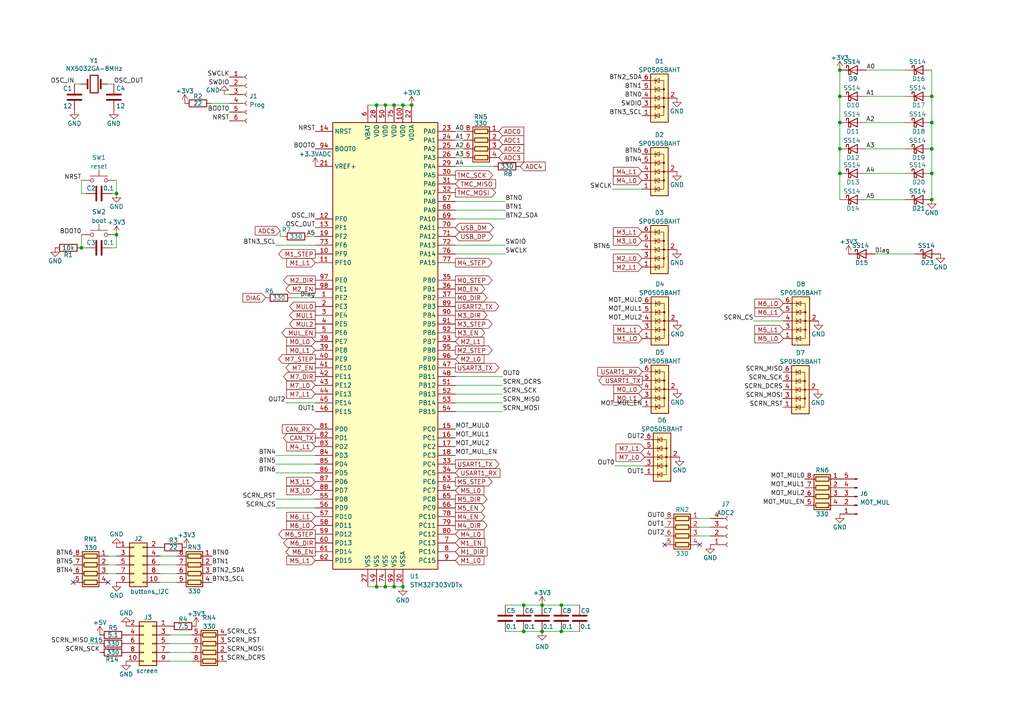
<source format=kicad_sch>
(kicad_sch (version 20211123) (generator eeschema)
  (paper "A4")
  (lib_symbols
    (symbol "Connector:Conn_01x04_Female" (pin_names (offset 1.016) hide)
      (property "Reference" "J" (at 0 5.08 0))
      (property "Value" "Conn_01x04_Female" (at 0 -7.62 0))
      (symbol "Conn_01x04_Female_1_1"
        (pin passive line (at -5.08 2.54 0) (length 3.81) (name "Pin_1") (number "1"))
        (pin passive line (at -5.08 0 0) (length 3.81) (name "Pin_2") (number "2"))
        (pin passive line (at -5.08 -2.54 0) (length 3.81) (name "Pin_3") (number "3"))
        (pin passive line (at -5.08 -5.08 0) (length 3.81) (name "Pin_4") (number "4"))
      )
    )
    (symbol "Connector:Conn_01x05_Male" (pin_names (offset 1.016) hide)
      (property "Reference" "J" (at 0 7.62 0))
      (property "Value" "Conn_01x05_Male" (at 0 -7.62 0))
      (symbol "Conn_01x05_Male_1_1"
        (pin passive line (at 5.08 5.08 180) (length 3.81) (name "Pin_1") (number "1"))
        (pin passive line (at 5.08 2.54 180) (length 3.81) (name "Pin_2") (number "2"))
        (pin passive line (at 5.08 0 180) (length 3.81) (name "Pin_3") (number "3"))
        (pin passive line (at 5.08 -2.54 180) (length 3.81) (name "Pin_4") (number "4"))
        (pin passive line (at 5.08 -5.08 180) (length 3.81) (name "Pin_5") (number "5"))
      )
    )
    (symbol "Connector:Conn_01x06_Female" (pin_names (offset 1.016) hide)
      (property "Reference" "J" (at 0 7.62 0))
      (property "Value" "Conn_01x06_Female" (at 0 -10.16 0))
      (symbol "Conn_01x06_Female_1_1"
        (pin passive line (at -5.08 5.08 0) (length 3.81) (name "Pin_1") (number "1"))
        (pin passive line (at -5.08 2.54 0) (length 3.81) (name "Pin_2") (number "2"))
        (pin passive line (at -5.08 0 0) (length 3.81) (name "Pin_3") (number "3"))
        (pin passive line (at -5.08 -2.54 0) (length 3.81) (name "Pin_4") (number "4"))
        (pin passive line (at -5.08 -5.08 0) (length 3.81) (name "Pin_5") (number "5"))
        (pin passive line (at -5.08 -7.62 0) (length 3.81) (name "Pin_6") (number "6"))
      )
    )
    (symbol "Connector_Generic:Conn_02x05_Odd_Even" (pin_names (offset 1.016) hide)
      (property "Reference" "J" (at 1.27 7.62 0))
      (property "Value" "Conn_02x05_Odd_Even" (at 1.27 -7.62 0))
      (symbol "Conn_02x05_Odd_Even_1_1"
        (pin passive line (at -5.08 5.08 0) (length 3.81) (name "Pin_1") (number "1"))
        (pin passive line (at 7.62 -5.08 180) (length 3.81) (name "Pin_10") (number "10"))
        (pin passive line (at 7.62 5.08 180) (length 3.81) (name "Pin_2") (number "2"))
        (pin passive line (at -5.08 2.54 0) (length 3.81) (name "Pin_3") (number "3"))
        (pin passive line (at 7.62 2.54 180) (length 3.81) (name "Pin_4") (number "4"))
        (pin passive line (at -5.08 0 0) (length 3.81) (name "Pin_5") (number "5"))
        (pin passive line (at 7.62 0 180) (length 3.81) (name "Pin_6") (number "6"))
        (pin passive line (at -5.08 -2.54 0) (length 3.81) (name "Pin_7") (number "7"))
        (pin passive line (at 7.62 -2.54 180) (length 3.81) (name "Pin_8") (number "8"))
        (pin passive line (at -5.08 -5.08 0) (length 3.81) (name "Pin_9") (number "9"))
      )
    )
    (symbol "Device:C" (pin_numbers hide) (pin_names (offset 0.254))
      (property "Reference" "C" (at 0.635 2.54 0))
      (property "Value" "C" (at 0.635 -2.54 0))
      (symbol "C_1_1"
        (pin passive line (at 0 3.81 270) (length 2.794) (name "~") (number "1"))
        (pin passive line (at 0 -3.81 90) (length 2.794) (name "~") (number "2"))
      )
    )
    (symbol "Device:Crystal" (pin_numbers hide) (pin_names (offset 1.016) hide)
      (property "Reference" "Y" (at 0 3.81 0))
      (property "Value" "Crystal" (at 0 -3.81 0))
      (symbol "Crystal_1_1"
        (pin passive line (at -3.81 0 0) (length 1.27) (name "1") (number "1"))
        (pin passive line (at 3.81 0 180) (length 1.27) (name "2") (number "2"))
      )
    )
    (symbol "Device:D_Schottky" (pin_numbers hide) (pin_names (offset 1.016) hide)
      (property "Reference" "D" (at 0 2.54 0))
      (property "Value" "D_Schottky" (at 0 -2.54 0))
      (symbol "D_Schottky_1_1"
        (pin passive line (at -3.81 0 0) (length 2.54) (name "K") (number "1"))
        (pin passive line (at 3.81 0 180) (length 2.54) (name "A") (number "2"))
      )
    )
    (symbol "Device:R" (pin_numbers hide) (pin_names (offset 0))
      (property "Reference" "R" (at 2.032 0 90))
      (property "Value" "R" (at 0 0 90))
      (symbol "R_1_1"
        (pin passive line (at 0 3.81 270) (length 1.27) (name "~") (number "1"))
        (pin passive line (at 0 -3.81 90) (length 1.27) (name "~") (number "2"))
      )
    )
    (symbol "Device:R_Pack04" (pin_names (offset 0) hide)
      (property "Reference" "RN" (at -7.62 0 90))
      (property "Value" "R_Pack04" (at 5.08 0 90))
      (symbol "R_Pack04_1_1"
        (pin passive line (at -5.08 -5.08 90) (length 2.54) (name "R1.1") (number "1"))
        (pin passive line (at -2.54 -5.08 90) (length 2.54) (name "R2.1") (number "2"))
        (pin passive line (at 0 -5.08 90) (length 2.54) (name "R3.1") (number "3"))
        (pin passive line (at 2.54 -5.08 90) (length 2.54) (name "R4.1") (number "4"))
        (pin passive line (at 2.54 5.08 270) (length 2.54) (name "R4.2") (number "5"))
        (pin passive line (at 0 5.08 270) (length 2.54) (name "R3.2") (number "6"))
        (pin passive line (at -2.54 5.08 270) (length 2.54) (name "R2.2") (number "7"))
        (pin passive line (at -5.08 5.08 270) (length 2.54) (name "R1.2") (number "8"))
      )
    )
    (symbol "MCU_ST_STM32F3:STM32F303VDTx"
      (property "Reference" "U" (at -15.24 64.77 0))
      (property "Value" "STM32F303VDTx" (at 10.16 64.77 0))
      (symbol "STM32F303VDTx_1_1"
        (pin bidirectional line (at -20.32 12.7 0) (length 5.08) (name "PE2") (number "1"))
        (pin bidirectional line (at -20.32 25.4 0) (length 5.08) (name "PF9") (number "10"))
        (pin power_in line (at 5.08 68.58 270) (length 5.08) (name "VDD") (number "100"))
        (pin bidirectional line (at -20.32 22.86 0) (length 5.08) (name "PF10") (number "11"))
        (pin input line (at -20.32 35.56 0) (length 5.08) (name "PF0") (number "12"))
        (pin input line (at -20.32 33.02 0) (length 5.08) (name "PF1") (number "13"))
        (pin input line (at -20.32 60.96 0) (length 5.08) (name "NRST") (number "14"))
        (pin bidirectional line (at 20.32 -25.4 180) (length 5.08) (name "PC0") (number "15"))
        (pin bidirectional line (at 20.32 -27.94 180) (length 5.08) (name "PC1") (number "16"))
        (pin bidirectional line (at 20.32 -30.48 180) (length 5.08) (name "PC2") (number "17"))
        (pin bidirectional line (at 20.32 -33.02 180) (length 5.08) (name "PC3") (number "18"))
        (pin bidirectional line (at -20.32 30.48 0) (length 5.08) (name "PF2") (number "19"))
        (pin bidirectional line (at -20.32 10.16 0) (length 5.08) (name "PE3") (number "2"))
        (pin power_in line (at 5.08 -71.12 90) (length 5.08) (name "VSSA") (number "20"))
        (pin power_in line (at -20.32 50.8 0) (length 5.08) (name "VREF+") (number "21"))
        (pin power_in line (at 7.62 68.58 270) (length 5.08) (name "VDDA") (number "22"))
        (pin bidirectional line (at 20.32 60.96 180) (length 5.08) (name "PA0") (number "23"))
        (pin bidirectional line (at 20.32 58.42 180) (length 5.08) (name "PA1") (number "24"))
        (pin bidirectional line (at 20.32 55.88 180) (length 5.08) (name "PA2") (number "25"))
        (pin bidirectional line (at 20.32 53.34 180) (length 5.08) (name "PA3") (number "26"))
        (pin power_in line (at -5.08 -71.12 90) (length 5.08) (name "VSS") (number "27"))
        (pin power_in line (at -2.54 68.58 270) (length 5.08) (name "VDD") (number "28"))
        (pin bidirectional line (at 20.32 50.8 180) (length 5.08) (name "PA4") (number "29"))
        (pin bidirectional line (at -20.32 7.62 0) (length 5.08) (name "PE4") (number "3"))
        (pin bidirectional line (at 20.32 48.26 180) (length 5.08) (name "PA5") (number "30"))
        (pin bidirectional line (at 20.32 45.72 180) (length 5.08) (name "PA6") (number "31"))
        (pin bidirectional line (at 20.32 43.18 180) (length 5.08) (name "PA7") (number "32"))
        (pin bidirectional line (at 20.32 -35.56 180) (length 5.08) (name "PC4") (number "33"))
        (pin bidirectional line (at 20.32 -38.1 180) (length 5.08) (name "PC5") (number "34"))
        (pin bidirectional line (at 20.32 17.78 180) (length 5.08) (name "PB0") (number "35"))
        (pin bidirectional line (at 20.32 15.24 180) (length 5.08) (name "PB1") (number "36"))
        (pin bidirectional line (at 20.32 12.7 180) (length 5.08) (name "PB2") (number "37"))
        (pin bidirectional line (at -20.32 0 0) (length 5.08) (name "PE7") (number "38"))
        (pin bidirectional line (at -20.32 -2.54 0) (length 5.08) (name "PE8") (number "39"))
        (pin bidirectional line (at -20.32 5.08 0) (length 5.08) (name "PE5") (number "4"))
        (pin bidirectional line (at -20.32 -5.08 0) (length 5.08) (name "PE9") (number "40"))
        (pin bidirectional line (at -20.32 -7.62 0) (length 5.08) (name "PE10") (number "41"))
        (pin bidirectional line (at -20.32 -10.16 0) (length 5.08) (name "PE11") (number "42"))
        (pin bidirectional line (at -20.32 -12.7 0) (length 5.08) (name "PE12") (number "43"))
        (pin bidirectional line (at -20.32 -15.24 0) (length 5.08) (name "PE13") (number "44"))
        (pin bidirectional line (at -20.32 -17.78 0) (length 5.08) (name "PE14") (number "45"))
        (pin bidirectional line (at -20.32 -20.32 0) (length 5.08) (name "PE15") (number "46"))
        (pin bidirectional line (at 20.32 -7.62 180) (length 5.08) (name "PB10") (number "47"))
        (pin bidirectional line (at 20.32 -10.16 180) (length 5.08) (name "PB11") (number "48"))
        (pin power_in line (at -2.54 -71.12 90) (length 5.08) (name "VSS") (number "49"))
        (pin bidirectional line (at -20.32 2.54 0) (length 5.08) (name "PE6") (number "5"))
        (pin power_in line (at 0 68.58 270) (length 5.08) (name "VDD") (number "50"))
        (pin bidirectional line (at 20.32 -12.7 180) (length 5.08) (name "PB12") (number "51"))
        (pin bidirectional line (at 20.32 -15.24 180) (length 5.08) (name "PB13") (number "52"))
        (pin bidirectional line (at 20.32 -17.78 180) (length 5.08) (name "PB14") (number "53"))
        (pin bidirectional line (at 20.32 -20.32 180) (length 5.08) (name "PB15") (number "54"))
        (pin bidirectional line (at -20.32 -45.72 0) (length 5.08) (name "PD8") (number "55"))
        (pin bidirectional line (at -20.32 -48.26 0) (length 5.08) (name "PD9") (number "56"))
        (pin bidirectional line (at -20.32 -50.8 0) (length 5.08) (name "PD10") (number "57"))
        (pin bidirectional line (at -20.32 -53.34 0) (length 5.08) (name "PD11") (number "58"))
        (pin bidirectional line (at -20.32 -55.88 0) (length 5.08) (name "PD12") (number "59"))
        (pin power_in line (at -5.08 68.58 270) (length 5.08) (name "VBAT") (number "6"))
        (pin bidirectional line (at -20.32 -58.42 0) (length 5.08) (name "PD13") (number "60"))
        (pin bidirectional line (at -20.32 -60.96 0) (length 5.08) (name "PD14") (number "61"))
        (pin bidirectional line (at -20.32 -63.5 0) (length 5.08) (name "PD15") (number "62"))
        (pin bidirectional line (at 20.32 -40.64 180) (length 5.08) (name "PC6") (number "63"))
        (pin bidirectional line (at 20.32 -43.18 180) (length 5.08) (name "PC7") (number "64"))
        (pin bidirectional line (at 20.32 -45.72 180) (length 5.08) (name "PC8") (number "65"))
        (pin bidirectional line (at 20.32 -48.26 180) (length 5.08) (name "PC9") (number "66"))
        (pin bidirectional line (at 20.32 40.64 180) (length 5.08) (name "PA8") (number "67"))
        (pin bidirectional line (at 20.32 38.1 180) (length 5.08) (name "PA9") (number "68"))
        (pin bidirectional line (at 20.32 35.56 180) (length 5.08) (name "PA10") (number "69"))
        (pin bidirectional line (at 20.32 -58.42 180) (length 5.08) (name "PC13") (number "7"))
        (pin bidirectional line (at 20.32 33.02 180) (length 5.08) (name "PA11") (number "70"))
        (pin bidirectional line (at 20.32 30.48 180) (length 5.08) (name "PA12") (number "71"))
        (pin bidirectional line (at 20.32 27.94 180) (length 5.08) (name "PA13") (number "72"))
        (pin bidirectional line (at -20.32 27.94 0) (length 5.08) (name "PF6") (number "73"))
        (pin power_in line (at 0 -71.12 90) (length 5.08) (name "VSS") (number "74"))
        (pin power_in line (at 2.54 68.58 270) (length 5.08) (name "VDD") (number "75"))
        (pin bidirectional line (at 20.32 25.4 180) (length 5.08) (name "PA14") (number "76"))
        (pin bidirectional line (at 20.32 22.86 180) (length 5.08) (name "PA15") (number "77"))
        (pin bidirectional line (at 20.32 -50.8 180) (length 5.08) (name "PC10") (number "78"))
        (pin bidirectional line (at 20.32 -53.34 180) (length 5.08) (name "PC11") (number "79"))
        (pin bidirectional line (at 20.32 -60.96 180) (length 5.08) (name "PC14") (number "8"))
        (pin bidirectional line (at 20.32 -55.88 180) (length 5.08) (name "PC12") (number "80"))
        (pin bidirectional line (at -20.32 -25.4 0) (length 5.08) (name "PD0") (number "81"))
        (pin bidirectional line (at -20.32 -27.94 0) (length 5.08) (name "PD1") (number "82"))
        (pin bidirectional line (at -20.32 -30.48 0) (length 5.08) (name "PD2") (number "83"))
        (pin bidirectional line (at -20.32 -33.02 0) (length 5.08) (name "PD3") (number "84"))
        (pin bidirectional line (at -20.32 -35.56 0) (length 5.08) (name "PD4") (number "85"))
        (pin bidirectional line (at -20.32 -38.1 0) (length 5.08) (name "PD5") (number "86"))
        (pin bidirectional line (at -20.32 -40.64 0) (length 5.08) (name "PD6") (number "87"))
        (pin bidirectional line (at -20.32 -43.18 0) (length 5.08) (name "PD7") (number "88"))
        (pin bidirectional line (at 20.32 10.16 180) (length 5.08) (name "PB3") (number "89"))
        (pin bidirectional line (at 20.32 -63.5 180) (length 5.08) (name "PC15") (number "9"))
        (pin bidirectional line (at 20.32 7.62 180) (length 5.08) (name "PB4") (number "90"))
        (pin bidirectional line (at 20.32 5.08 180) (length 5.08) (name "PB5") (number "91"))
        (pin bidirectional line (at 20.32 2.54 180) (length 5.08) (name "PB6") (number "92"))
        (pin bidirectional line (at 20.32 0 180) (length 5.08) (name "PB7") (number "93"))
        (pin input line (at -20.32 55.88 0) (length 5.08) (name "BOOT0") (number "94"))
        (pin bidirectional line (at 20.32 -2.54 180) (length 5.08) (name "PB8") (number "95"))
        (pin bidirectional line (at 20.32 -5.08 180) (length 5.08) (name "PB9") (number "96"))
        (pin bidirectional line (at -20.32 17.78 0) (length 5.08) (name "PE0") (number "97"))
        (pin bidirectional line (at -20.32 15.24 0) (length 5.08) (name "PE1") (number "98"))
        (pin power_in line (at 2.54 -71.12 90) (length 5.08) (name "VSS") (number "99"))
      )
    )
    (symbol "Power_Protection:SP0505BAHT" (pin_names hide)
      (property "Reference" "D" (at 7.62 2.54 0))
      (property "Value" "SP0505BAHT" (at 7.62 0.635 0))
      (symbol "SP0505BAHT_0_0"
        (pin passive line (at 0 -5.08 90) (length 2.54) (name "A") (number "2"))
      )
      (symbol "SP0505BAHT_1_1"
        (pin passive line (at -5.08 5.08 270) (length 2.54) (name "K") (number "1"))
        (pin passive line (at -2.54 5.08 270) (length 2.54) (name "K") (number "3"))
        (pin passive line (at 0 5.08 270) (length 2.54) (name "K") (number "4"))
        (pin passive line (at 2.54 5.08 270) (length 2.54) (name "K") (number "5"))
        (pin passive line (at 5.08 5.08 270) (length 2.54) (name "K") (number "6"))
      )
    )
    (symbol "Switch:SW_Push" (pin_numbers hide) (pin_names (offset 1.016) hide)
      (property "Reference" "SW" (at 1.27 2.54 0))
      (property "Value" "SW_Push" (at 0 -1.524 0))
      (symbol "SW_Push_0_1"
        (pin passive line (at -5.08 0 0) (length 2.54) (name "1") (number "1"))
        (pin passive line (at 5.08 0 180) (length 2.54) (name "2") (number "2"))
      )
    )
    (symbol "power:+3.3VADC" (power) (pin_names (offset 0))
      (property "Value" "+3.3VADC" (at 0 2.54 0))
      (symbol "+3.3VADC_0_0"
        (pin power_in line (at 0 0 90) (length 0) hide (name "+3.3VADC") (number "1"))
      )
    )
    (symbol "power:+3V3" (power) (pin_names (offset 0))
      (property "Value" "+3V3" (at 0 3.556 0))
      (symbol "+3V3_1_1"
        (pin power_in line (at 0 0 90) (length 0) hide (name "+3V3") (number "1"))
      )
    )
    (symbol "power:+5V" (power) (pin_names (offset 0))
      (property "Value" "+5V" (at 0 3.556 0))
      (symbol "+5V_1_1"
        (pin power_in line (at 0 0 90) (length 0) hide (name "+5V") (number "1"))
      )
    )
    (symbol "power:GND" (power) (pin_names (offset 0))
      (property "Value" "GND" (at 0 -3.81 0))
      (symbol "GND_1_1"
        (pin power_in line (at 0 0 270) (length 0) hide (name "GND") (number "1"))
      )
    )
    (symbol "stm32-rescue:C" (pin_numbers hide) (pin_names (offset 0.254))
      (property "Reference" "C" (at 0.635 2.54 0))
      (property "Value" "C" (at 0.635 -2.54 0))
      (symbol "C_1_1"
        (pin passive line (at 0 3.81 270) (length 2.794) (name "~") (number "1"))
        (pin passive line (at 0 -3.81 90) (length 2.794) (name "~") (number "2"))
      )
    )
    (symbol "stm32-rescue:GND" (power) (pin_names (offset 0))
      (property "Value" "GND" (at 0 -3.81 0))
      (symbol "GND_1_1"
        (pin power_in line (at 0 0 270) (length 0) hide (name "GND") (number "1"))
      )
    )
  )
  (junction (at 151.892 175.514))
  (junction (at 23.622 71.882))
  (junction (at 243.586 27.94))
  (junction (at 270.256 43.18))
  (junction (at 157.226 183.134))
  (junction (at 109.22 170.18))
  (junction (at 116.84 170.18))
  (junction (at 111.76 30.48))
  (junction (at 157.226 175.514))
  (junction (at 243.586 43.18))
  (junction (at 243.586 35.56))
  (junction (at 109.22 30.48))
  (junction (at 270.256 35.56))
  (junction (at 114.3 30.48))
  (junction (at 162.814 175.514))
  (junction (at 111.76 170.18))
  (junction (at 114.3 170.18))
  (junction (at 119.38 30.48))
  (junction (at 33.782 56.134))
  (junction (at 270.256 57.912))
  (junction (at 270.256 50.292))
  (junction (at 151.892 183.134))
  (junction (at 33.782 68.072))
  (junction (at 270.256 27.94))
  (junction (at 243.586 20.32))
  (junction (at 162.814 183.134))
  (junction (at 243.586 50.292))
  (junction (at 116.84 30.48))
  (no_connect (at 21.209 168.91))
  (no_connect (at 31.369 168.91))
  (no_connect (at 192.786 157.988))
  (no_connect (at 202.946 157.988))
  (wire (pts (xy 270.256 35.56) (xy 270.256 43.18)))
  (wire (pts (xy 49.276 186.69) (xy 55.626 186.69)))
  (wire (pts (xy 251.206 20.32) (xy 262.636 20.32)))
  (wire (pts (xy 114.3 170.18) (xy 116.84 170.18)))
  (wire (pts (xy 84.709 86.36) (xy 91.44 86.36)))
  (wire (pts (xy 106.68 170.18) (xy 109.22 170.18)))
  (wire (pts (xy 32.512 71.882) (xy 33.782 71.882)))
  (wire (pts (xy 145.796 114.3) (xy 132.08 114.3)))
  (wire (pts (xy 46.482 163.83) (xy 51.308 163.83)))
  (wire (pts (xy 81.28 68.58) (xy 82.042 68.58)))
  (wire (pts (xy 251.206 50.292) (xy 262.636 50.292)))
  (wire (pts (xy 162.814 175.514) (xy 168.148 175.514)))
  (wire (pts (xy 80.01 134.62) (xy 91.44 134.62)))
  (wire (pts (xy 146.558 63.5) (xy 132.08 63.5)))
  (wire (pts (xy 157.226 183.134) (xy 162.814 183.134)))
  (wire (pts (xy 82.804 116.84) (xy 91.44 116.84)))
  (wire (pts (xy 243.586 50.292) (xy 243.586 57.912)))
  (wire (pts (xy 33.02 24.384) (xy 31.115 24.384)))
  (wire (pts (xy 134.493 45.72) (xy 132.08 45.72)))
  (wire (pts (xy 46.482 161.29) (xy 51.308 161.29)))
  (wire (pts (xy 23.622 56.134) (xy 23.622 52.324)))
  (wire (pts (xy 145.796 111.76) (xy 132.08 111.76)))
  (wire (pts (xy 116.84 30.48) (xy 119.38 30.48)))
  (wire (pts (xy 89.662 68.58) (xy 91.44 68.58)))
  (wire (pts (xy 251.206 57.912) (xy 262.636 57.912)))
  (wire (pts (xy 31.369 166.37) (xy 33.782 166.37)))
  (wire (pts (xy 151.892 175.514) (xy 157.226 175.514)))
  (wire (pts (xy 33.782 52.324) (xy 33.782 56.134)))
  (wire (pts (xy 65.024 27.432) (xy 66.548 27.432)))
  (wire (pts (xy 114.3 30.48) (xy 116.84 30.48)))
  (wire (pts (xy 80.01 71.12) (xy 91.44 71.12)))
  (wire (pts (xy 270.256 27.94) (xy 270.256 35.56)))
  (wire (pts (xy 251.206 43.18) (xy 262.636 43.18)))
  (wire (pts (xy 251.206 35.56) (xy 262.636 35.56)))
  (wire (pts (xy 251.206 27.94) (xy 262.636 27.94)))
  (wire (pts (xy 145.796 119.38) (xy 132.08 119.38)))
  (wire (pts (xy 134.493 43.18) (xy 132.08 43.18)))
  (wire (pts (xy 80.01 144.78) (xy 91.44 144.78)))
  (wire (pts (xy 46.482 168.91) (xy 51.308 168.91)))
  (wire (pts (xy 218.567 93.091) (xy 227.203 93.091)))
  (wire (pts (xy 109.22 30.48) (xy 111.76 30.48)))
  (wire (pts (xy 243.586 27.94) (xy 243.586 35.56)))
  (wire (pts (xy 23.622 68.072) (xy 23.622 71.882)))
  (wire (pts (xy 178.308 135.128) (xy 186.944 135.128)))
  (wire (pts (xy 49.276 184.15) (xy 55.626 184.15)))
  (wire (pts (xy 132.08 48.26) (xy 143.256 48.26)))
  (wire (pts (xy 31.369 163.83) (xy 33.782 163.83)))
  (wire (pts (xy 33.782 71.882) (xy 33.782 68.072)))
  (wire (pts (xy 202.946 152.908) (xy 205.994 152.908)))
  (wire (pts (xy 81.28 66.929) (xy 81.28 68.58)))
  (wire (pts (xy 31.369 161.29) (xy 33.782 161.29)))
  (wire (pts (xy 146.558 175.514) (xy 151.892 175.514)))
  (wire (pts (xy 253.746 73.66) (xy 265.176 73.66)))
  (wire (pts (xy 21.59 24.384) (xy 23.495 24.384)))
  (wire (pts (xy 49.276 189.23) (xy 55.626 189.23)))
  (wire (pts (xy 243.586 35.56) (xy 243.586 43.18)))
  (wire (pts (xy 151.892 183.134) (xy 157.226 183.134)))
  (wire (pts (xy 80.01 132.08) (xy 91.44 132.08)))
  (wire (pts (xy 157.226 175.514) (xy 162.814 175.514)))
  (wire (pts (xy 177.546 54.864) (xy 186.182 54.864)))
  (wire (pts (xy 202.946 150.368) (xy 205.994 150.368)))
  (wire (pts (xy 61.214 29.972) (xy 66.548 29.972)))
  (wire (pts (xy 146.558 183.134) (xy 151.892 183.134)))
  (wire (pts (xy 46.482 166.37) (xy 51.308 166.37)))
  (wire (pts (xy 177.038 72.39) (xy 186.182 72.39)))
  (wire (pts (xy 109.22 170.18) (xy 111.76 170.18)))
  (wire (pts (xy 23.622 71.882) (xy 24.892 71.882)))
  (wire (pts (xy 132.08 73.66) (xy 146.558 73.66)))
  (wire (pts (xy 202.946 155.448) (xy 205.994 155.448)))
  (wire (pts (xy 134.493 40.64) (xy 132.08 40.64)))
  (wire (pts (xy 146.558 58.42) (xy 132.08 58.42)))
  (wire (pts (xy 270.256 20.32) (xy 270.256 27.94)))
  (wire (pts (xy 134.493 38.1) (xy 132.08 38.1)))
  (wire (pts (xy 270.256 50.292) (xy 270.256 57.912)))
  (wire (pts (xy 33.782 56.134) (xy 32.512 56.134)))
  (wire (pts (xy 132.08 71.12) (xy 146.558 71.12)))
  (wire (pts (xy 111.76 170.18) (xy 114.3 170.18)))
  (wire (pts (xy 145.796 116.84) (xy 132.08 116.84)))
  (wire (pts (xy 111.76 30.48) (xy 114.3 30.48)))
  (wire (pts (xy 49.276 191.77) (xy 55.626 191.77)))
  (wire (pts (xy 243.586 20.32) (xy 243.586 27.94)))
  (wire (pts (xy 25.654 186.69) (xy 28.956 186.69)))
  (wire (pts (xy 80.01 147.32) (xy 91.44 147.32)))
  (wire (pts (xy 80.01 137.16) (xy 91.44 137.16)))
  (wire (pts (xy 145.796 109.22) (xy 132.08 109.22)))
  (wire (pts (xy 106.68 30.48) (xy 109.22 30.48)))
  (wire (pts (xy 162.814 183.134) (xy 168.148 183.134)))
  (wire (pts (xy 24.892 56.134) (xy 23.622 56.134)))
  (wire (pts (xy 270.256 43.18) (xy 270.256 50.292)))
  (wire (pts (xy 146.558 60.96) (xy 132.08 60.96)))
  (wire (pts (xy 243.586 43.18) (xy 243.586 50.292)))
  (label "BTN0" (at 146.558 58.42 0))
  (label "SCRN_MOSI" (at 65.786 189.23 0))
  (label "MOT_MUL1" (at 186.309 90.551 180))
  (label "BTN3_SCL" (at 80.01 71.12 180))
  (label "SCRN_RST" (at 227.076 118.11 180))
  (label "A5" (at 91.44 68.58 180))
  (label "BTN5" (at 21.209 163.83 180))
  (label "BTN2_SDA" (at 186.182 23.368 180))
  (label "OUT0" (at 178.308 135.128 180))
  (label "NRST" (at 91.44 38.1 180))
  (label "BTN5" (at 80.01 134.62 180))
  (label "SCRN_SCK" (at 28.956 189.23 180))
  (label "MOT_MUL_EN" (at 233.426 146.558 180))
  (label "BTN4" (at 21.209 166.37 180))
  (label "BTN0" (at 186.182 28.448 180))
  (label "SCRN_SCK" (at 145.796 114.3 0))
  (label "SCRN_DCRS" (at 227.076 113.03 180))
  (label "SWCLK" (at 177.546 54.864 180))
  (label "A0" (at 132.08 38.1 0))
  (label "BTN1" (at 146.558 60.96 0))
  (label "OSC_IN" (at 91.44 63.5 180))
  (label "MOT_MUL2" (at 186.309 93.091 180))
  (label "BTN1" (at 61.468 163.83 0))
  (label "BOOT0" (at 23.622 68.072 180))
  (label "BTN4" (at 80.01 132.08 180))
  (label "A4" (at 251.206 50.292 0))
  (label "SWCLK" (at 66.548 22.352 180))
  (label "BTN1" (at 186.182 25.908 180))
  (label "SCRN_MISO" (at 227.076 107.95 180))
  (label "A1" (at 251.206 27.94 0))
  (label "MOT_MUL1" (at 132.08 127 0))
  (label "SCRN_DCRS" (at 65.786 191.77 0))
  (label "SWCLK" (at 146.558 73.66 0))
  (label "OUT1" (at 186.944 137.668 180))
  (label "MOT_MUL0" (at 186.309 88.011 180))
  (label "SCRN_RST" (at 65.786 186.69 0))
  (label "NRST" (at 66.548 35.052 180))
  (label "Diag" (at 91.44 86.36 180))
  (label "BTN3_SCL" (at 186.182 33.528 180))
  (label "BTN5" (at 186.182 44.704 180))
  (label "Diag" (at 253.746 73.66 0))
  (label "MOT_MUL2" (at 233.426 144.018 180))
  (label "SCRN_MOSI" (at 227.076 115.57 180))
  (label "BTN2_SDA" (at 61.468 166.37 0))
  (label "OUT0" (at 145.796 109.22 0))
  (label "OSC_IN" (at 21.59 24.384 180))
  (label "SCRN_CS" (at 80.01 147.32 180))
  (label "SCRN_CS" (at 65.786 184.15 0))
  (label "SCRN_MISO" (at 145.796 116.84 0))
  (label "A0" (at 251.333 20.32 0))
  (label "OSC_OUT" (at 91.44 66.04 180))
  (label "MOT_MUL_EN" (at 132.08 132.08 0))
  (label "OUT2" (at 82.804 116.84 180))
  (label "A3" (at 132.08 45.72 0))
  (label "SCRN_MISO" (at 25.654 186.69 180))
  (label "BTN3_SCL" (at 61.468 168.91 0))
  (label "A1" (at 132.08 40.64 0))
  (label "SCRN_MOSI" (at 145.796 119.38 0))
  (label "OUT2" (at 192.786 155.448 180))
  (label "SWDIO" (at 146.558 71.12 0))
  (label "SWDIO" (at 186.182 30.988 180))
  (label "MOT_MUL1" (at 233.426 141.478 180))
  (label "SCRN_SCK" (at 227.076 110.49 180))
  (label "MOT_MUL_EN" (at 186.309 117.983 180))
  (label "BTN0" (at 61.468 161.29 0))
  (label "BOOT0" (at 91.44 43.18 180))
  (label "BOOT0" (at 66.548 32.512 180))
  (label "OUT1" (at 91.44 119.38 180))
  (label "BTN2_SDA" (at 146.558 63.5 0))
  (label "OUT2" (at 186.944 127.508 180))
  (label "SCRN_CS" (at 218.567 93.091 180))
  (label "BTN6" (at 21.209 161.29 180))
  (label "SCRN_DCRS" (at 145.796 111.76 0))
  (label "SWDIO" (at 66.548 24.892 180))
  (label "OUT1" (at 192.786 152.908 180))
  (label "OSC_OUT" (at 33.02 24.384 0))
  (label "A5" (at 251.206 57.912 0))
  (label "OUT0" (at 192.786 150.368 180))
  (label "SCRN_RST" (at 80.01 144.78 180))
  (label "BTN6" (at 177.038 72.39 180))
  (label "BTN6" (at 80.01 137.16 180))
  (label "MOT_MUL0" (at 132.08 124.46 0))
  (label "MOT_MUL0" (at 233.426 138.938 180))
  (label "MOT_MUL2" (at 132.08 129.54 0))
  (label "BTN4" (at 186.182 47.244 180))
  (label "A4" (at 132.08 48.26 0))
  (label "A2" (at 132.08 43.18 0))
  (label "A2" (at 251.206 35.56 0))
  (label "NRST" (at 23.622 52.324 180))
  (label "A3" (at 251.206 43.18 0))
  (global_label "M1_L0" (shape input) (at 186.309 98.171 180) (property "Intersheet References" "${INTERSHEET_REFS}" (effects hide)))
  (global_label "M5_L0" (shape input) (at 132.08 142.24 0) (property "Intersheet References" "${INTERSHEET_REFS}" (effects hide)))
  (global_label "M2_DIR" (shape output) (at 91.44 81.28 180) (property "Intersheet References" "${INTERSHEET_REFS}" (effects hide)))
  (global_label "M6_L0" (shape input) (at 91.44 152.4 180) (property "Intersheet References" "${INTERSHEET_REFS}" (effects hide)))
  (global_label "M6_L1" (shape input) (at 227.203 90.551 180) (property "Intersheet References" "${INTERSHEET_REFS}" (effects hide)))
  (global_label "MUL1" (shape output) (at 91.44 91.44 180) (property "Intersheet References" "${INTERSHEET_REFS}" (effects hide)))
  (global_label "USART1_TX" (shape output) (at 132.08 134.62 0) (property "Intersheet References" "${INTERSHEET_REFS}" (effects hide)))
  (global_label "USART1_RX" (shape input) (at 186.309 107.823 180) (property "Intersheet References" "${INTERSHEET_REFS}" (effects hide)))
  (global_label "M3_L0" (shape input) (at 91.44 142.24 180) (property "Intersheet References" "${INTERSHEET_REFS}" (effects hide)))
  (global_label "M0_EN" (shape output) (at 132.08 83.82 0) (property "Intersheet References" "${INTERSHEET_REFS}" (effects hide)))
  (global_label "M6_EN" (shape output) (at 91.44 160.02 180) (property "Intersheet References" "${INTERSHEET_REFS}" (effects hide)))
  (global_label "DIAG" (shape input) (at 77.089 86.36 180) (property "Intersheet References" "${INTERSHEET_REFS}" (effects hide)))
  (global_label "M2_L1" (shape input) (at 186.182 77.47 180) (property "Intersheet References" "${INTERSHEET_REFS}" (effects hide)))
  (global_label "TMC_MISO" (shape input) (at 132.08 53.34 0) (property "Intersheet References" "${INTERSHEET_REFS}" (effects hide)))
  (global_label "CAN_RX" (shape input) (at 91.44 124.46 180) (property "Intersheet References" "${INTERSHEET_REFS}" (effects hide)))
  (global_label "M7_L0" (shape input) (at 186.944 132.588 180) (property "Intersheet References" "${INTERSHEET_REFS}" (effects hide)))
  (global_label "M4_L0" (shape input) (at 186.182 52.324 180) (property "Intersheet References" "${INTERSHEET_REFS}" (effects hide)))
  (global_label "M1_EN" (shape input) (at 132.08 157.48 0) (property "Intersheet References" "${INTERSHEET_REFS}" (effects hide)))
  (global_label "M7_L1" (shape input) (at 91.44 114.3 180) (property "Intersheet References" "${INTERSHEET_REFS}" (effects hide)))
  (global_label "USART1_RX" (shape input) (at 132.08 137.16 0) (property "Intersheet References" "${INTERSHEET_REFS}" (effects hide)))
  (global_label "M6_DIR" (shape output) (at 91.44 157.48 180) (property "Intersheet References" "${INTERSHEET_REFS}" (effects hide)))
  (global_label "USART1_TX" (shape output) (at 186.309 110.363 180) (property "Intersheet References" "${INTERSHEET_REFS}" (effects hide)))
  (global_label "M4_EN" (shape output) (at 132.08 149.86 0) (property "Intersheet References" "${INTERSHEET_REFS}" (effects hide)))
  (global_label "M0_L1" (shape input) (at 91.44 101.6 180) (property "Intersheet References" "${INTERSHEET_REFS}" (effects hide)))
  (global_label "M1_STEP" (shape output) (at 91.44 73.66 180) (property "Intersheet References" "${INTERSHEET_REFS}" (effects hide)))
  (global_label "ADC4" (shape input) (at 150.876 48.26 0) (property "Intersheet References" "${INTERSHEET_REFS}" (effects hide)))
  (global_label "M0_L0" (shape input) (at 186.309 112.903 180) (property "Intersheet References" "${INTERSHEET_REFS}" (effects hide)))
  (global_label "M3_L0" (shape input) (at 186.182 69.85 180) (property "Intersheet References" "${INTERSHEET_REFS}" (effects hide)))
  (global_label "M2_L1" (shape input) (at 132.08 99.06 0) (property "Intersheet References" "${INTERSHEET_REFS}" (effects hide)))
  (global_label "ADC2" (shape input) (at 144.653 43.18 0) (property "Intersheet References" "${INTERSHEET_REFS}" (effects hide)))
  (global_label "M0_STEP" (shape output) (at 132.08 81.28 0) (property "Intersheet References" "${INTERSHEET_REFS}" (effects hide)))
  (global_label "M7_L1" (shape input) (at 186.944 130.048 180) (property "Intersheet References" "${INTERSHEET_REFS}" (effects hide)))
  (global_label "MUL0" (shape output) (at 91.44 88.9 180) (property "Intersheet References" "${INTERSHEET_REFS}" (effects hide)))
  (global_label "M3_L1" (shape input) (at 186.182 67.31 180) (property "Intersheet References" "${INTERSHEET_REFS}" (effects hide)))
  (global_label "M1_DIR" (shape input) (at 132.08 160.02 0) (property "Intersheet References" "${INTERSHEET_REFS}" (effects hide)))
  (global_label "M2_EN" (shape output) (at 91.44 83.82 180) (property "Intersheet References" "${INTERSHEET_REFS}" (effects hide)))
  (global_label "M3_L1" (shape input) (at 91.44 139.7 180) (property "Intersheet References" "${INTERSHEET_REFS}" (effects hide)))
  (global_label "M3_EN" (shape output) (at 132.08 96.52 0) (property "Intersheet References" "${INTERSHEET_REFS}" (effects hide)))
  (global_label "M3_DIR" (shape output) (at 132.08 91.44 0) (property "Intersheet References" "${INTERSHEET_REFS}" (effects hide)))
  (global_label "M4_L1" (shape input) (at 91.44 129.54 180) (property "Intersheet References" "${INTERSHEET_REFS}" (effects hide)))
  (global_label "M5_L0" (shape input) (at 227.203 98.171 180) (property "Intersheet References" "${INTERSHEET_REFS}" (effects hide)))
  (global_label "M1_L1" (shape input) (at 91.44 76.2 180) (property "Intersheet References" "${INTERSHEET_REFS}" (effects hide)))
  (global_label "M7_DIR" (shape output) (at 91.44 109.22 180) (property "Intersheet References" "${INTERSHEET_REFS}" (effects hide)))
  (global_label "MUL_EN" (shape output) (at 91.44 96.52 180) (property "Intersheet References" "${INTERSHEET_REFS}" (effects hide)))
  (global_label "USB_DM" (shape bidirectional) (at 132.08 66.04 0) (property "Intersheet References" "${INTERSHEET_REFS}" (effects hide)))
  (global_label "M4_L0" (shape input) (at 132.08 154.94 0) (property "Intersheet References" "${INTERSHEET_REFS}" (effects hide)))
  (global_label "M5_STEP" (shape output) (at 132.08 139.7 0) (property "Intersheet References" "${INTERSHEET_REFS}" (effects hide)))
  (global_label "USART3_TX" (shape output) (at 132.08 106.68 0) (property "Intersheet References" "${INTERSHEET_REFS}" (effects hide)))
  (global_label "M5_L1" (shape input) (at 227.203 95.631 180) (property "Intersheet References" "${INTERSHEET_REFS}" (effects hide)))
  (global_label "TMC_SCK" (shape output) (at 132.08 50.8 0) (property "Intersheet References" "${INTERSHEET_REFS}" (effects hide)))
  (global_label "ADC0" (shape input) (at 144.653 38.1 0) (property "Intersheet References" "${INTERSHEET_REFS}" (effects hide)))
  (global_label "M1_L1" (shape input) (at 186.309 95.631 180) (property "Intersheet References" "${INTERSHEET_REFS}" (effects hide)))
  (global_label "M6_STEP" (shape output) (at 91.44 154.94 180) (property "Intersheet References" "${INTERSHEET_REFS}" (effects hide)))
  (global_label "M5_L1" (shape input) (at 91.44 162.56 180) (property "Intersheet References" "${INTERSHEET_REFS}" (effects hide)))
  (global_label "ADC1" (shape input) (at 144.653 40.64 0) (property "Intersheet References" "${INTERSHEET_REFS}" (effects hide)))
  (global_label "M5_DIR" (shape output) (at 132.08 144.78 0) (property "Intersheet References" "${INTERSHEET_REFS}" (effects hide)))
  (global_label "M6_L1" (shape input) (at 91.44 149.86 180) (property "Intersheet References" "${INTERSHEET_REFS}" (effects hide)))
  (global_label "CAN_TX" (shape output) (at 91.44 127 180) (property "Intersheet References" "${INTERSHEET_REFS}" (effects hide)))
  (global_label "TMC_MOSI" (shape output) (at 132.08 55.88 0) (property "Intersheet References" "${INTERSHEET_REFS}" (effects hide)))
  (global_label "M3_STEP" (shape output) (at 132.08 93.98 0) (property "Intersheet References" "${INTERSHEET_REFS}" (effects hide)))
  (global_label "M0_DIR" (shape output) (at 132.08 86.36 0) (property "Intersheet References" "${INTERSHEET_REFS}" (effects hide)))
  (global_label "MUL2" (shape output) (at 91.44 93.98 180) (property "Intersheet References" "${INTERSHEET_REFS}" (effects hide)))
  (global_label "M6_L0" (shape input) (at 227.203 88.011 180) (property "Intersheet References" "${INTERSHEET_REFS}" (effects hide)))
  (global_label "M2_STEP" (shape output) (at 132.08 101.6 0) (property "Intersheet References" "${INTERSHEET_REFS}" (effects hide)))
  (global_label "M1_L0" (shape input) (at 132.08 162.56 0) (property "Intersheet References" "${INTERSHEET_REFS}" (effects hide)))
  (global_label "M0_L0" (shape input) (at 91.44 99.06 180) (property "Intersheet References" "${INTERSHEET_REFS}" (effects hide)))
  (global_label "M7_STEP" (shape output) (at 91.44 104.14 180) (property "Intersheet References" "${INTERSHEET_REFS}" (effects hide)))
  (global_label "USB_DP" (shape bidirectional) (at 132.08 68.58 0) (property "Intersheet References" "${INTERSHEET_REFS}" (effects hide)))
  (global_label "M5_EN" (shape output) (at 132.08 147.32 0) (property "Intersheet References" "${INTERSHEET_REFS}" (effects hide)))
  (global_label "M0_L1" (shape input) (at 186.309 115.443 180) (property "Intersheet References" "${INTERSHEET_REFS}" (effects hide)))
  (global_label "M4_L1" (shape input) (at 186.182 49.784 180) (property "Intersheet References" "${INTERSHEET_REFS}" (effects hide)))
  (global_label "M4_STEP" (shape output) (at 132.08 76.2 0) (property "Intersheet References" "${INTERSHEET_REFS}" (effects hide)))
  (global_label "ADC5" (shape input) (at 81.28 66.929 180) (property "Intersheet References" "${INTERSHEET_REFS}" (effects hide)))
  (global_label "M2_L0" (shape input) (at 186.182 74.93 180) (property "Intersheet References" "${INTERSHEET_REFS}" (effects hide)))
  (global_label "ADC3" (shape input) (at 144.653 45.72 0) (property "Intersheet References" "${INTERSHEET_REFS}" (effects hide)))
  (global_label "M7_EN" (shape output) (at 91.44 106.68 180) (property "Intersheet References" "${INTERSHEET_REFS}" (effects hide)))
  (global_label "USART2_TX" (shape output) (at 132.08 88.9 0) (property "Intersheet References" "${INTERSHEET_REFS}" (effects hide)))
  (global_label "M2_L0" (shape input) (at 132.08 104.14 0) (property "Intersheet References" "${INTERSHEET_REFS}" (effects hide)))
  (global_label "M7_L0" (shape input) (at 91.44 111.76 180) (property "Intersheet References" "${INTERSHEET_REFS}" (effects hide)))
  (global_label "M4_DIR" (shape output) (at 132.08 152.4 0) (property "Intersheet References" "${INTERSHEET_REFS}" (effects hide)))
  (symbol (lib_id "Device:C") (at 157.226 179.324 0) (unit 1)
    (property "Reference" "C7" (at 157.48 177.165 0) (effects (justify left)))
    (property "Value" "0.1" (at 157.353 181.737 0) (effects (justify left)))
    (property "Footprint" "Capacitor_SMD:C_0603_1608Metric_Pad1.08x0.95mm_HandSolder" (effects hide))
  )
  (symbol (lib_id "stm32-rescue:GND") (at 36.576 181.61 180) (unit 1)
    (property "Reference" "#PWR0111" (effects hide))
    (property "Value" "GND" (at 36.576 177.8 0))
  )
  (symbol (lib_id "Device:R") (at 32.766 189.23 90) (unit 1)
    (property "Reference" "R14" (at 32.512 191.262 90))
    (property "Value" "330" (at 32.766 189.23 90))
    (property "Footprint" "Resistor_SMD:R_0603_1608Metric_Pad0.98x0.95mm_HandSolder" (effects hide))
  )
  (symbol (lib_id "Connector:Conn_01x06_Female") (at 71.628 27.432 0) (unit 1)
    (property "Reference" "J1" (at 72.3392 27.8673 0) (effects (justify left)))
    (property "Value" "Prog" (at 72.3392 30.4042 0) (effects (justify left)))
    (property "Footprint" "Connector_PinSocket_1.27mm:PinSocket_1x06_P1.27mm_Vertical" (effects hide))
  )
  (symbol (lib_id "Device:R") (at 57.404 29.972 90) (unit 1)
    (property "Reference" "R2" (at 57.404 27.94 90))
    (property "Value" "22" (at 57.404 29.972 90))
    (property "Footprint" "Resistor_SMD:R_0603_1608Metric_Pad0.98x0.95mm_HandSolder" (effects hide))
  )
  (symbol (lib_id "Device:R_Pack04") (at 238.506 144.018 90) (mirror x) (unit 1)
    (property "Reference" "RN6" (at 238.506 136.398 90))
    (property "Value" "330" (at 238.506 149.098 90))
    (property "Footprint" "Resistor_SMD:R_Array_Convex_4x0603" (effects hide))
  )
  (symbol (lib_id "power:GND") (at 116.84 170.18 0) (unit 1)
    (property "Reference" "#PWR07" (effects hide))
    (property "Value" "GND" (at 116.84 174.117 0))
  )
  (symbol (lib_id "power:+5V") (at 28.956 184.15 0) (unit 1)
    (property "Reference" "#PWR0116" (effects hide))
    (property "Value" "+5V" (at 28.956 180.5742 0))
  )
  (symbol (lib_id "Device:D_Schottky") (at 266.446 35.56 0) (unit 1)
    (property "Reference" "D18" (at 266.446 38.1 0))
    (property "Value" "SS14" (at 266.1285 33.1271 0))
    (property "Footprint" "Diode_SMD:D_SOD-323_HandSoldering" (effects hide))
  )
  (symbol (lib_id "power:+3V3") (at 119.38 30.48 0) (unit 1)
    (property "Reference" "#PWR08" (effects hide))
    (property "Value" "+3V3" (at 119.38 26.9042 0))
  )
  (symbol (lib_id "MCU_ST_STM32F3:STM32F303VDTx") (at 111.76 99.06 0) (unit 1)
    (property "Reference" "U1" (at 118.8594 167.1304 0) (effects (justify left)))
    (property "Value" "STM32F303VDTx" (at 118.8594 169.6673 0) (effects (justify left)))
    (property "Footprint" "Package_QFP:LQFP-100_14x14mm_P0.5mm" (effects hide))
    (property "Datasheet" "http://www.st.com/st-web-ui/static/active/en/resource/technical/document/datasheet/DM00118585.pdf" (effects hide))
  )
  (symbol (lib_id "Connector:Conn_01x04_Female") (at 211.074 155.448 0) (mirror x) (unit 1)
    (property "Reference" "J7" (at 210.439 146.211 0))
    (property "Value" "ADC2" (at 210.439 148.7479 0))
    (property "Footprint" "Connector_JST:JST_PH_B4B-PH-K_1x04_P2.00mm_Vertical" (effects hide))
  )
  (symbol (lib_id "Device:D_Schottky") (at 247.396 43.18 0) (unit 1)
    (property "Reference" "D12" (at 247.396 45.72 0))
    (property "Value" "SS14" (at 247.0785 40.7471 0))
    (property "Footprint" "Diode_SMD:D_SOD-323_HandSoldering" (effects hide))
  )
  (symbol (lib_id "Device:C") (at 162.814 179.324 0) (unit 1)
    (property "Reference" "C8" (at 163.068 177.165 0) (effects (justify left)))
    (property "Value" "0.1" (at 162.941 181.737 0) (effects (justify left)))
    (property "Footprint" "Capacitor_SMD:C_0603_1608Metric_Pad1.08x0.95mm_HandSolder" (effects hide))
  )
  (symbol (lib_id "Device:R") (at 53.086 181.61 90) (unit 1)
    (property "Reference" "R4" (at 53.086 179.578 90))
    (property "Value" "7.5" (at 53.086 181.61 90))
    (property "Footprint" "Resistor_SMD:R_0603_1608Metric_Pad0.98x0.95mm_HandSolder" (effects hide))
  )
  (symbol (lib_id "Switch:SW_Push") (at 28.702 52.324 0) (unit 1)
    (property "Reference" "SW1" (at 28.702 45.7032 0))
    (property "Value" "reset" (at 28.702 48.2401 0))
    (property "Footprint" "Button_Switch_SMD:SW_SPST_FSMSM" (effects hide))
  )
  (symbol (lib_id "power:+3V3") (at 53.594 29.972 0) (unit 1)
    (property "Reference" "#PWR09" (effects hide))
    (property "Value" "+3V3" (at 53.594 26.3962 0))
  )
  (symbol (lib_id "stm32-rescue:GND") (at 197.104 132.588 0) (unit 1)
    (property "Reference" "#PWR0110" (effects hide))
    (property "Value" "GND" (at 197.104 136.398 0))
  )
  (symbol (lib_id "Device:D_Schottky") (at 249.936 73.66 0) (unit 1)
    (property "Reference" "D15" (at 249.936 76.2 0))
    (property "Value" "SS14" (at 249.6185 71.2271 0))
    (property "Footprint" "Diode_SMD:D_SOD-323_HandSoldering" (effects hide))
  )
  (symbol (lib_id "stm32-rescue:GND") (at 237.236 113.03 0) (unit 1)
    (property "Reference" "#PWR0106" (effects hide))
    (property "Value" "GND" (at 237.236 116.84 0))
  )
  (symbol (lib_id "Device:R_Pack04") (at 139.573 43.18 90) (mirror x) (unit 1)
    (property "Reference" "RN5" (at 139.446 33.909 90))
    (property "Value" "330" (at 139.446 35.814 90))
    (property "Footprint" "Resistor_SMD:R_Array_Convex_4x0603" (effects hide))
  )
  (symbol (lib_id "Connector_Generic:Conn_02x05_Odd_Even") (at 44.196 186.69 0) (mirror y) (unit 1)
    (property "Reference" "J3" (at 42.926 179.07 0))
    (property "Value" "screen" (at 42.672 194.564 0))
    (property "Footprint" "Connector_IDC:IDC-Header_2x05_P2.54mm_Vertical" (effects hide))
  )
  (symbol (lib_id "stm32-rescue:GND") (at 205.994 157.988 0) (unit 1)
    (property "Reference" "#PWR015" (effects hide))
    (property "Value" "GND" (at 205.994 161.798 0))
  )
  (symbol (lib_id "power:GND") (at 65.024 27.432 180) (unit 1)
    (property "Reference" "#PWR012" (effects hide))
    (property "Value" "GND" (at 59.69 26.162 0) (effects (justify right)))
  )
  (symbol (lib_id "Device:R") (at 50.292 158.75 90) (unit 1)
    (property "Reference" "R3" (at 50.292 156.718 90))
    (property "Value" "22" (at 50.292 158.75 90))
    (property "Footprint" "Resistor_SMD:R_0603_1608Metric_Pad0.98x0.95mm_HandSolder" (effects hide))
  )
  (symbol (lib_id "Device:R_Pack04") (at 197.866 155.448 90) (mirror x) (unit 1)
    (property "Reference" "RN2" (at 197.866 147.828 90))
    (property "Value" "330" (at 197.866 160.528 90))
    (property "Footprint" "Resistor_SMD:R_Array_Convex_4x0603" (effects hide))
  )
  (symbol (lib_id "power:+3V3") (at 246.126 73.66 0) (unit 1)
    (property "Reference" "#PWR0103" (effects hide))
    (property "Value" "+3V3" (at 246.126 70.0842 0))
  )
  (symbol (lib_id "stm32-rescue:GND") (at 33.782 158.75 180) (unit 1)
    (property "Reference" "#PWR0112" (effects hide))
    (property "Value" "GND" (at 33.782 154.94 0))
  )
  (symbol (lib_id "Power_Protection:SP0505BAHT") (at 232.283 93.091 90) (unit 1)
    (property "Reference" "D8" (at 232.283 82.4062 90))
    (property "Value" "SP0505BAHT" (at 232.283 84.9431 90))
    (property "Footprint" "Package_TO_SOT_SMD:SOT-23-6" (effects hide))
    (property "Datasheet" "http://www.littelfuse.com/~/media/files/littelfuse/technical%20resources/documents/data%20sheets/sp05xxba.pdf" (effects hide))
  )
  (symbol (lib_id "Device:R_Pack04") (at 56.388 166.37 90) (mirror x) (unit 1)
    (property "Reference" "RN3" (at 56.388 158.75 90))
    (property "Value" "330" (at 56.388 171.45 90))
    (property "Footprint" "Resistor_SMD:R_Array_Convex_4x0603" (effects hide))
  )
  (symbol (lib_id "Device:C") (at 28.702 71.882 90) (unit 1)
    (property "Reference" "C3" (at 26.416 70.358 90))
    (property "Value" "0.1" (at 31.496 70.358 90))
    (property "Footprint" "Capacitor_SMD:C_0603_1608Metric_Pad1.08x0.95mm_HandSolder" (effects hide))
  )
  (symbol (lib_id "Device:C") (at 168.148 179.324 0) (unit 1)
    (property "Reference" "C9" (at 168.402 177.165 0) (effects (justify left)))
    (property "Value" "0.1" (at 168.275 181.737 0) (effects (justify left)))
    (property "Footprint" "Capacitor_SMD:C_0603_1608Metric_Pad1.08x0.95mm_HandSolder" (effects hide))
  )
  (symbol (lib_id "power:GND") (at 157.226 183.134 0) (unit 1)
    (property "Reference" "#PWR011" (effects hide))
    (property "Value" "GND" (at 157.226 187.5774 0))
  )
  (symbol (lib_id "Device:C") (at 28.702 56.134 90) (unit 1)
    (property "Reference" "C2" (at 26.416 54.61 90))
    (property "Value" "0.1" (at 31.496 54.61 90))
    (property "Footprint" "Capacitor_SMD:C_0603_1608Metric_Pad1.08x0.95mm_HandSolder" (effects hide))
  )
  (symbol (lib_id "Device:D_Schottky") (at 266.446 57.912 0) (unit 1)
    (property "Reference" "D21" (at 266.446 60.452 0))
    (property "Value" "SS14" (at 266.1285 55.4791 0))
    (property "Footprint" "Diode_SMD:D_SOD-323_HandSoldering" (effects hide))
  )
  (symbol (lib_id "Power_Protection:SP0505BAHT") (at 191.389 112.903 90) (unit 1)
    (property "Reference" "D5" (at 191.389 102.2182 90))
    (property "Value" "SP0505BAHT" (at 191.389 104.7551 90))
    (property "Footprint" "Package_TO_SOT_SMD:SOT-23-6" (effects hide))
    (property "Datasheet" "http://www.littelfuse.com/~/media/files/littelfuse/technical%20resources/documents/data%20sheets/sp05xxba.pdf" (effects hide))
  )
  (symbol (lib_id "Device:D_Schottky") (at 247.396 35.56 0) (unit 1)
    (property "Reference" "D11" (at 247.396 38.1 0))
    (property "Value" "SS14" (at 247.0785 33.1271 0))
    (property "Footprint" "Diode_SMD:D_SOD-323_HandSoldering" (effects hide))
  )
  (symbol (lib_id "stm32-rescue:GND") (at 196.469 112.903 0) (unit 1)
    (property "Reference" "#PWR0109" (effects hide))
    (property "Value" "GND" (at 196.469 116.713 0))
  )
  (symbol (lib_id "stm32-rescue:GND") (at 237.363 93.091 0) (unit 1)
    (property "Reference" "#PWR0105" (effects hide))
    (property "Value" "GND" (at 237.363 96.901 0))
  )
  (symbol (lib_id "stm32-rescue:GND") (at 33.782 56.134 0) (unit 1)
    (property "Reference" "#PWR03" (effects hide))
    (property "Value" "GND" (at 33.782 59.944 0))
  )
  (symbol (lib_id "power:+3V3") (at 157.226 175.514 0) (unit 1)
    (property "Reference" "#PWR010" (effects hide))
    (property "Value" "+3V3" (at 157.226 171.9382 0))
  )
  (symbol (lib_id "Device:D_Schottky") (at 266.446 20.32 0) (unit 1)
    (property "Reference" "D16" (at 266.446 22.86 0))
    (property "Value" "SS14" (at 266.1285 17.8871 0))
    (property "Footprint" "Diode_SMD:D_SOD-323_HandSoldering" (effects hide))
  )
  (symbol (lib_id "Switch:SW_Push") (at 28.702 68.072 0) (unit 1)
    (property "Reference" "SW2" (at 28.702 61.4512 0))
    (property "Value" "boot" (at 28.702 63.9881 0))
    (property "Footprint" "Button_Switch_SMD:SW_SPST_FSMSM" (effects hide))
  )
  (symbol (lib_id "stm32-rescue:GND") (at 16.002 71.882 0) (unit 1)
    (property "Reference" "#PWR01" (effects hide))
    (property "Value" "GND" (at 16.002 75.692 0))
  )
  (symbol (lib_id "Power_Protection:SP0505BAHT") (at 232.156 113.03 90) (unit 1)
    (property "Reference" "D7" (at 232.156 102.3452 90))
    (property "Value" "SP0505BAHT" (at 232.156 104.8821 90))
    (property "Footprint" "Package_TO_SOT_SMD:SOT-23-6" (effects hide))
    (property "Datasheet" "http://www.littelfuse.com/~/media/files/littelfuse/technical%20resources/documents/data%20sheets/sp05xxba.pdf" (effects hide))
  )
  (symbol (lib_id "Power_Protection:SP0505BAHT") (at 191.262 49.784 90) (unit 1)
    (property "Reference" "D2" (at 191.262 39.0992 90))
    (property "Value" "SP0505BAHT" (at 191.262 41.6361 90))
    (property "Footprint" "Package_TO_SOT_SMD:SOT-23-6" (effects hide))
    (property "Datasheet" "http://www.littelfuse.com/~/media/files/littelfuse/technical%20resources/documents/data%20sheets/sp05xxba.pdf" (effects hide))
  )
  (symbol (lib_id "Device:D_Schottky") (at 266.446 27.94 0) (unit 1)
    (property "Reference" "D17" (at 266.446 30.48 0))
    (property "Value" "SS14" (at 266.1285 25.5071 0))
    (property "Footprint" "Diode_SMD:D_SOD-323_HandSoldering" (effects hide))
  )
  (symbol (lib_id "Power_Protection:SP0505BAHT") (at 191.262 28.448 90) (unit 1)
    (property "Reference" "D1" (at 191.262 17.7632 90))
    (property "Value" "SP0505BAHT" (at 191.262 20.3001 90))
    (property "Footprint" "Package_TO_SOT_SMD:SOT-23-6" (effects hide))
    (property "Datasheet" "http://www.littelfuse.com/~/media/files/littelfuse/technical%20resources/documents/data%20sheets/sp05xxba.pdf" (effects hide))
  )
  (symbol (lib_id "stm32-rescue:GND") (at 21.59 32.004 0) (unit 1)
    (property "Reference" "#PWR02" (effects hide))
    (property "Value" "GND" (at 21.59 35.814 0))
  )
  (symbol (lib_id "Power_Protection:SP0505BAHT") (at 191.389 93.091 90) (unit 1)
    (property "Reference" "D4" (at 191.389 82.4062 90))
    (property "Value" "SP0505BAHT" (at 191.389 84.9431 90))
    (property "Footprint" "Package_TO_SOT_SMD:SOT-23-6" (effects hide))
    (property "Datasheet" "http://www.littelfuse.com/~/media/files/littelfuse/technical%20resources/documents/data%20sheets/sp05xxba.pdf" (effects hide))
  )
  (symbol (lib_id "Device:R") (at 32.766 184.15 90) (unit 1)
    (property "Reference" "R5" (at 32.766 182.118 90))
    (property "Value" "5.1" (at 32.766 184.15 90))
    (property "Footprint" "Resistor_SMD:R_0603_1608Metric_Pad0.98x0.95mm_HandSolder" (effects hide))
  )
  (symbol (lib_id "power:+3V3") (at 33.782 68.072 0) (unit 1)
    (property "Reference" "#PWR04" (effects hide))
    (property "Value" "+3V3" (at 33.782 64.4962 0))
  )
  (symbol (lib_id "Device:R") (at 147.066 48.26 90) (unit 1)
    (property "Reference" "R8" (at 147.32 50.419 90))
    (property "Value" "330" (at 147.066 48.26 90))
    (property "Footprint" "Resistor_SMD:R_0603_1608Metric_Pad0.98x0.95mm_HandSolder" (effects hide))
  )
  (symbol (lib_id "Connector_Generic:Conn_02x05_Odd_Even") (at 38.862 163.83 0) (unit 1)
    (property "Reference" "J2" (at 40.132 156.21 0))
    (property "Value" "buttons_I2C" (at 43.434 171.577 0))
    (property "Footprint" "Connector_IDC:IDC-Header_2x05_P2.54mm_Vertical" (effects hide))
  )
  (symbol (lib_id "stm32-rescue:GND") (at 36.576 191.77 0) (unit 1)
    (property "Reference" "#PWR0115" (effects hide))
    (property "Value" "GND" (at 36.576 195.58 0))
  )
  (symbol (lib_id "Device:C") (at 151.892 179.324 0) (unit 1)
    (property "Reference" "C6" (at 152.146 177.165 0) (effects (justify left)))
    (property "Value" "0.1" (at 152.019 181.737 0) (effects (justify left)))
    (property "Footprint" "Capacitor_SMD:C_0603_1608Metric_Pad1.08x0.95mm_HandSolder" (effects hide))
  )
  (symbol (lib_id "stm32-rescue:GND") (at 196.469 93.091 0) (unit 1)
    (property "Reference" "#PWR0108" (effects hide))
    (property "Value" "GND" (at 196.469 96.901 0))
  )
  (symbol (lib_id "Device:R") (at 80.899 86.36 90) (unit 1)
    (property "Reference" "R6" (at 78.105 84.455 90))
    (property "Value" "330" (at 80.899 86.36 90))
    (property "Footprint" "Resistor_SMD:R_0603_1608Metric_Pad0.98x0.95mm_HandSolder" (effects hide))
  )
  (symbol (lib_id "stm32-rescue:GND") (at 272.796 73.66 0) (unit 1)
    (property "Reference" "#PWR0104" (effects hide))
    (property "Value" "GND" (at 272.796 77.47 0))
  )
  (symbol (lib_id "Power_Protection:SP0505BAHT") (at 191.262 72.39 90) (unit 1)
    (property "Reference" "D3" (at 191.262 61.7052 90))
    (property "Value" "SP0505BAHT" (at 191.262 64.2421 90))
    (property "Footprint" "Package_TO_SOT_SMD:SOT-23-6" (effects hide))
    (property "Datasheet" "http://www.littelfuse.com/~/media/files/littelfuse/technical%20resources/documents/data%20sheets/sp05xxba.pdf" (effects hide))
  )
  (symbol (lib_id "power:+3V3") (at 243.586 20.32 0) (unit 1)
    (property "Reference" "#PWR0125" (effects hide))
    (property "Value" "+3V3" (at 243.586 16.7442 0))
  )
  (symbol (lib_id "power:+3V3") (at 56.896 181.61 0) (unit 1)
    (property "Reference" "#PWR0113" (effects hide))
    (property "Value" "+3V3" (at 56.896 178.0342 0))
  )
  (symbol (lib_id "stm32-rescue:C") (at 21.59 28.194 0) (mirror y) (unit 1)
    (property "Reference" "C1" (at 20.955 25.654 0) (effects (justify left)))
    (property "Value" "12" (at 20.955 30.734 0) (effects (justify left)))
    (property "Footprint" "Capacitor_SMD:C_0603_1608Metric_Pad1.08x0.95mm_HandSolder" (effects hide))
  )
  (symbol (lib_id "power:+3.3VADC") (at 91.44 48.26 0) (unit 1)
    (property "Reference" "#PWR06" (effects hide))
    (property "Value" "+3.3VADC" (at 91.44 44.6842 0))
  )
  (symbol (lib_id "Device:D_Schottky") (at 266.446 43.18 0) (unit 1)
    (property "Reference" "D19" (at 266.446 45.72 0))
    (property "Value" "SS14" (at 266.1285 40.7471 0))
    (property "Footprint" "Diode_SMD:D_SOD-323_HandSoldering" (effects hide))
  )
  (symbol (lib_id "stm32-rescue:GND") (at 196.342 72.39 0) (unit 1)
    (property "Reference" "#PWR0107" (effects hide))
    (property "Value" "GND" (at 196.342 76.2 0))
  )
  (symbol (lib_id "stm32-rescue:C") (at 33.02 28.194 0) (unit 1)
    (property "Reference" "C4" (at 33.655 25.654 0) (effects (justify left)))
    (property "Value" "12" (at 33.655 30.734 0) (effects (justify left)))
    (property "Footprint" "Capacitor_SMD:C_0603_1608Metric_Pad1.08x0.95mm_HandSolder" (effects hide))
  )
  (symbol (lib_id "Device:R") (at 32.766 186.69 90) (unit 1)
    (property "Reference" "R15" (at 27.94 185.674 90))
    (property "Value" "330" (at 32.766 186.69 90))
    (property "Footprint" "Resistor_SMD:R_0603_1608Metric_Pad0.98x0.95mm_HandSolder" (effects hide))
  )
  (symbol (lib_id "stm32-rescue:GND") (at 196.342 28.448 0) (unit 1)
    (property "Reference" "#PWR0102" (effects hide))
    (property "Value" "GND" (at 196.342 32.258 0))
  )
  (symbol (lib_id "stm32-rescue:GND") (at 243.586 149.098 0) (unit 1)
    (property "Reference" "#PWR0118" (effects hide))
    (property "Value" "GND" (at 243.586 152.908 0))
  )
  (symbol (lib_id "Device:R_Pack04") (at 26.289 166.37 90) (mirror x) (unit 1)
    (property "Reference" "RN1" (at 26.289 156.3202 90))
    (property "Value" "330" (at 26.289 158.8571 90))
    (property "Footprint" "Resistor_SMD:R_Array_Convex_4x0603" (effects hide))
  )
  (symbol (lib_id "Device:D_Schottky") (at 247.396 57.912 0) (unit 1)
    (property "Reference" "D14" (at 247.396 60.452 0))
    (property "Value" "SS14" (at 247.0785 55.4791 0))
    (property "Footprint" "Diode_SMD:D_SOD-323_HandSoldering" (effects hide))
  )
  (symbol (lib_id "Device:D_Schottky") (at 247.396 27.94 0) (unit 1)
    (property "Reference" "D10" (at 247.396 30.48 0))
    (property "Value" "SS14" (at 247.0785 25.5071 0))
    (property "Footprint" "Diode_SMD:D_SOD-323_HandSoldering" (effects hide))
  )
  (symbol (lib_id "Power_Protection:SP0505BAHT") (at 192.024 132.588 90) (unit 1)
    (property "Reference" "D6" (at 192.024 121.9032 90))
    (property "Value" "SP0505BAHT" (at 192.024 124.4401 90))
    (property "Footprint" "Package_TO_SOT_SMD:SOT-23-6" (effects hide))
    (property "Datasheet" "http://www.littelfuse.com/~/media/files/littelfuse/technical%20resources/documents/data%20sheets/sp05xxba.pdf" (effects hide))
  )
  (symbol (lib_id "stm32-rescue:GND") (at 196.342 49.784 0) (unit 1)
    (property "Reference" "#PWR0101" (effects hide))
    (property "Value" "GND" (at 196.342 53.594 0))
  )
  (symbol (lib_id "Connector:Conn_01x05_Male") (at 248.666 144.018 180) (unit 1)
    (property "Reference" "J6" (at 249.3772 143.1833 0) (effects (justify right)))
    (property "Value" "MOT_MUL" (at 249.3772 145.7202 0) (effects (justify right)))
    (property "Footprint" "Connector_JST:JST_PH_B5B-PH-K_1x05_P2.00mm_Vertical" (effects hide))
  )
  (symbol (lib_id "stm32-rescue:GND") (at 270.256 57.912 0) (unit 1)
    (property "Reference" "#PWR0124" (effects hide))
    (property "Value" "GND" (at 270.256 61.722 0))
  )
  (symbol (lib_id "Device:Crystal") (at 27.305 24.384 0) (unit 1)
    (property "Reference" "Y1" (at 27.305 17.5768 0))
    (property "Value" "NX5032GA-8MHz" (at 27.305 19.8882 0))
    (property "Footprint" "Crystal:Crystal_SMD_5032-2Pin_5.0x3.2mm" (effects hide))
  )
  (symbol (lib_id "Device:R_Pack04") (at 60.706 186.69 90) (unit 1)
    (property "Reference" "RN4" (at 60.706 179.1802 90))
    (property "Value" "330" (at 60.706 181.7171 90))
    (property "Footprint" "Resistor_SMD:R_Array_Convex_4x0603" (effects hide))
  )
  (symbol (lib_id "Device:R") (at 19.812 71.882 270) (unit 1)
    (property "Reference" "R1" (at 19.812 73.914 90))
    (property "Value" "10k" (at 19.812 71.882 90))
    (property "Footprint" "Resistor_SMD:R_0603_1608Metric_Pad0.98x0.95mm_HandSolder" (effects hide))
  )
  (symbol (lib_id "stm32-rescue:GND") (at 33.782 168.91 0) (unit 1)
    (property "Reference" "#PWR0117" (effects hide))
    (property "Value" "GND" (at 33.782 172.72 0))
  )
  (symbol (lib_id "Device:C") (at 146.558 179.324 0) (unit 1)
    (property "Reference" "C5" (at 146.812 177.165 0) (effects (justify left)))
    (property "Value" "0.1" (at 146.685 181.737 0) (effects (justify left)))
    (property "Footprint" "Capacitor_SMD:C_0603_1608Metric_Pad1.08x0.95mm_HandSolder" (effects hide))
  )
  (symbol (lib_id "Device:D_Schottky") (at 247.396 20.32 0) (unit 1)
    (property "Reference" "D9" (at 247.396 22.86 0))
    (property "Value" "SS14" (at 247.0785 17.8871 0))
    (property "Footprint" "Diode_SMD:D_SOD-323_HandSoldering" (effects hide))
  )
  (symbol (lib_id "power:+3V3") (at 54.102 158.75 0) (unit 1)
    (property "Reference" "#PWR0114" (effects hide))
    (property "Value" "+3V3" (at 54.102 155.1742 0))
  )
  (symbol (lib_id "stm32-rescue:GND") (at 33.02 32.004 0) (unit 1)
    (property "Reference" "#PWR05" (effects hide))
    (property "Value" "GND" (at 33.02 35.814 0))
  )
  (symbol (lib_id "Device:R") (at 85.852 68.58 90) (unit 1)
    (property "Reference" "R7" (at 83.058 66.675 90))
    (property "Value" "330" (at 85.852 68.58 90))
    (property "Footprint" "Resistor_SMD:R_0603_1608Metric_Pad0.98x0.95mm_HandSolder" (effects hide))
  )
  (symbol (lib_id "Device:D_Schottky") (at 266.446 50.292 0) (unit 1)
    (property "Reference" "D20" (at 266.446 52.832 0))
    (property "Value" "SS14" (at 266.1285 47.8591 0))
    (property "Footprint" "Diode_SMD:D_SOD-323_HandSoldering" (effects hide))
  )
  (symbol (lib_id "Device:D_Schottky") (at 247.396 50.292 0) (unit 1)
    (property "Reference" "D13" (at 247.396 52.832 0))
    (property "Value" "SS14" (at 247.0785 47.8591 0))
    (property "Footprint" "Diode_SMD:D_SOD-323_HandSoldering" (effects hide))
  )
  (symbol (lib_id "Device:D_Schottky") (at 268.986 73.66 0) (unit 1)
    (property "Reference" "D23" (at 268.986 76.2 0))
    (property "Value" "SS14" (at 268.6685 71.2271 0))
    (property "Footprint" "Diode_SMD:D_SOD-323_HandSoldering" (effects hide))
  )
)
</source>
